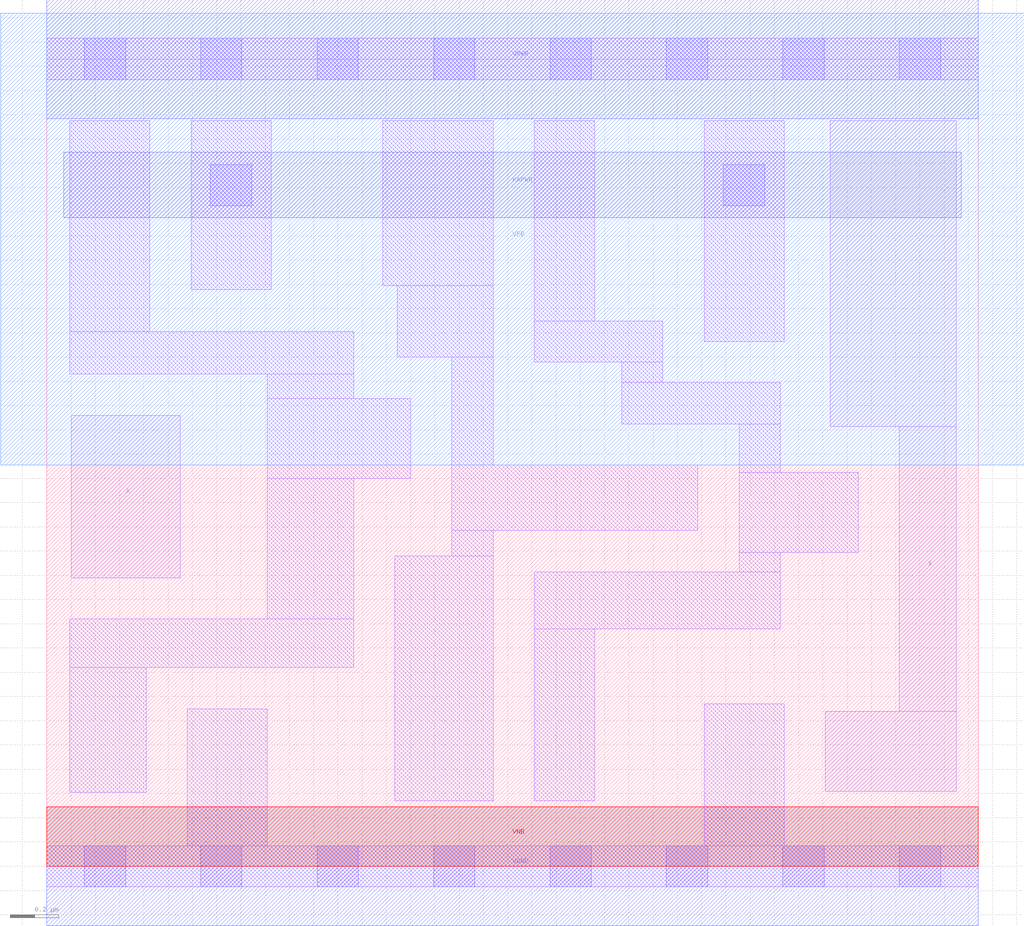
<source format=lef>
# Copyright 2020 The SkyWater PDK Authors
#
# Licensed under the Apache License, Version 2.0 (the "License");
# you may not use this file except in compliance with the License.
# You may obtain a copy of the License at
#
#     https://www.apache.org/licenses/LICENSE-2.0
#
# Unless required by applicable law or agreed to in writing, software
# distributed under the License is distributed on an "AS IS" BASIS,
# WITHOUT WARRANTIES OR CONDITIONS OF ANY KIND, either express or implied.
# See the License for the specific language governing permissions and
# limitations under the License.
#
# SPDX-License-Identifier: Apache-2.0

VERSION 5.7 ;
  NOWIREEXTENSIONATPIN ON ;
  DIVIDERCHAR "/" ;
  BUSBITCHARS "[]" ;
MACRO sky130_fd_sc_lp__dlybuf4s50kapwr_1
  CLASS CORE ;
  FOREIGN sky130_fd_sc_lp__dlybuf4s50kapwr_1 ;
  ORIGIN  0.000000  0.000000 ;
  SIZE  3.840000 BY  3.330000 ;
  SYMMETRY X Y ;
  SITE unit ;
  PIN A
    ANTENNAGATEAREA  0.252000 ;
    DIRECTION INPUT ;
    USE SIGNAL ;
    PORT
      LAYER li1 ;
        RECT 0.100000 1.190000 0.550000 1.860000 ;
    END
  END A
  PIN X
    ANTENNADIFFAREA  0.445200 ;
    DIRECTION OUTPUT ;
    USE SIGNAL ;
    PORT
      LAYER li1 ;
        RECT 3.210000 0.310000 3.750000 0.640000 ;
        RECT 3.230000 1.815000 3.750000 3.075000 ;
        RECT 3.515000 0.640000 3.750000 1.815000 ;
    END
  END X
  PIN KAPWR
    DIRECTION INOUT ;
    USE POWER ;
    PORT
      LAYER met1 ;
        RECT 0.070000 2.675000 3.770000 2.945000 ;
    END
  END KAPWR
  PIN VGND
    DIRECTION INOUT ;
    USE GROUND ;
    PORT
      LAYER met1 ;
        RECT 0.000000 -0.245000 3.840000 0.245000 ;
    END
  END VGND
  PIN VNB
    DIRECTION INOUT ;
    USE GROUND ;
    PORT
      LAYER pwell ;
        RECT 0.000000 0.000000 3.840000 0.245000 ;
    END
  END VNB
  PIN VPB
    DIRECTION INOUT ;
    USE POWER ;
    PORT
      LAYER nwell ;
        RECT -0.190000 1.655000 4.030000 3.520000 ;
    END
  END VPB
  PIN VPWR
    DIRECTION INOUT ;
    USE POWER ;
    PORT
      LAYER met1 ;
        RECT 0.000000 3.085000 3.840000 3.575000 ;
    END
  END VPWR
  OBS
    LAYER li1 ;
      RECT 0.000000 -0.085000 3.840000 0.085000 ;
      RECT 0.000000  3.245000 3.840000 3.415000 ;
      RECT 0.095000  0.305000 0.410000 0.820000 ;
      RECT 0.095000  0.820000 1.265000 1.020000 ;
      RECT 0.095000  2.030000 1.265000 2.205000 ;
      RECT 0.095000  2.205000 0.425000 3.075000 ;
      RECT 0.580000  0.085000 0.910000 0.650000 ;
      RECT 0.595000  2.380000 0.925000 3.075000 ;
      RECT 0.910000  1.020000 1.265000 1.600000 ;
      RECT 0.910000  1.600000 1.500000 1.930000 ;
      RECT 0.910000  1.930000 1.265000 2.030000 ;
      RECT 1.385000  2.395000 1.840000 3.075000 ;
      RECT 1.435000  0.270000 1.840000 1.280000 ;
      RECT 1.445000  2.100000 1.840000 2.395000 ;
      RECT 1.670000  1.280000 1.840000 1.385000 ;
      RECT 1.670000  1.385000 2.685000 1.655000 ;
      RECT 1.670000  1.655000 1.840000 2.100000 ;
      RECT 2.010000  0.270000 2.260000 0.980000 ;
      RECT 2.010000  0.980000 3.025000 1.215000 ;
      RECT 2.010000  2.080000 2.540000 2.250000 ;
      RECT 2.010000  2.250000 2.260000 3.075000 ;
      RECT 2.370000  1.825000 3.025000 1.995000 ;
      RECT 2.370000  1.995000 2.540000 2.080000 ;
      RECT 2.710000  0.085000 3.040000 0.670000 ;
      RECT 2.710000  2.165000 3.040000 3.075000 ;
      RECT 2.855000  1.215000 3.025000 1.295000 ;
      RECT 2.855000  1.295000 3.345000 1.625000 ;
      RECT 2.855000  1.625000 3.025000 1.825000 ;
    LAYER mcon ;
      RECT 0.155000 -0.085000 0.325000 0.085000 ;
      RECT 0.155000  3.245000 0.325000 3.415000 ;
      RECT 0.635000 -0.085000 0.805000 0.085000 ;
      RECT 0.635000  3.245000 0.805000 3.415000 ;
      RECT 0.675000  2.725000 0.845000 2.895000 ;
      RECT 1.115000 -0.085000 1.285000 0.085000 ;
      RECT 1.115000  3.245000 1.285000 3.415000 ;
      RECT 1.595000 -0.085000 1.765000 0.085000 ;
      RECT 1.595000  3.245000 1.765000 3.415000 ;
      RECT 2.075000 -0.085000 2.245000 0.085000 ;
      RECT 2.075000  3.245000 2.245000 3.415000 ;
      RECT 2.555000 -0.085000 2.725000 0.085000 ;
      RECT 2.555000  3.245000 2.725000 3.415000 ;
      RECT 2.790000  2.725000 2.960000 2.895000 ;
      RECT 3.035000 -0.085000 3.205000 0.085000 ;
      RECT 3.035000  3.245000 3.205000 3.415000 ;
      RECT 3.515000 -0.085000 3.685000 0.085000 ;
      RECT 3.515000  3.245000 3.685000 3.415000 ;
  END
END sky130_fd_sc_lp__dlybuf4s50kapwr_1
END LIBRARY

</source>
